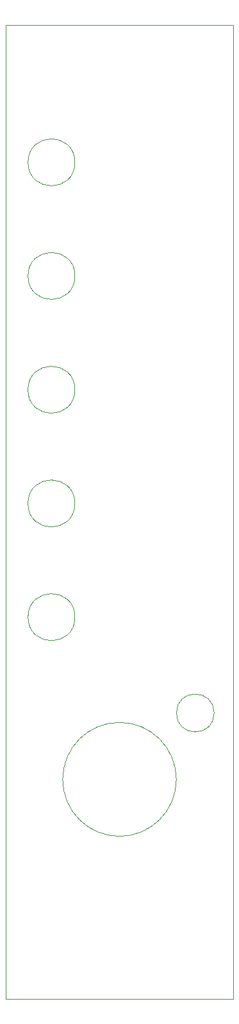
<source format=gm1>
%TF.GenerationSoftware,KiCad,Pcbnew,(6.0.1)*%
%TF.CreationDate,2022-10-16T16:46:51-04:00*%
%TF.ProjectId,SYNTH-MIDI-THRU_PANEL,53594e54-482d-44d4-9944-492d54485255,1*%
%TF.SameCoordinates,Original*%
%TF.FileFunction,Profile,NP*%
%FSLAX46Y46*%
G04 Gerber Fmt 4.6, Leading zero omitted, Abs format (unit mm)*
G04 Created by KiCad (PCBNEW (6.0.1)) date 2022-10-16 16:46:51*
%MOMM*%
%LPD*%
G01*
G04 APERTURE LIST*
%TA.AperFunction,Profile*%
%ADD10C,0.100000*%
%TD*%
G04 APERTURE END LIST*
D10*
X42600000Y-23610000D02*
G75*
G03*
X42600000Y-23610000I-3100000J0D01*
G01*
X42600000Y-68610000D02*
G75*
G03*
X42600000Y-68610000I-3100000J0D01*
G01*
X42590000Y-38620000D02*
G75*
G03*
X42590000Y-38620000I-3100000J0D01*
G01*
X42600000Y-8630000D02*
G75*
G03*
X42600000Y-8630000I-3100000J0D01*
G01*
X61000080Y-81250000D02*
G75*
G03*
X61000080Y-81250000I-2500080J0D01*
G01*
X42590000Y-53620000D02*
G75*
G03*
X42590000Y-53620000I-3100000J0D01*
G01*
X56000000Y-90000000D02*
G75*
G03*
X56000000Y-90000000I-7510000J0D01*
G01*
X33500000Y9500000D02*
X63500000Y9500000D01*
X63500000Y9500000D02*
X63500000Y-119000000D01*
X63500000Y-119000000D02*
X33500000Y-119000000D01*
X33500000Y-119000000D02*
X33500000Y9500000D01*
M02*

</source>
